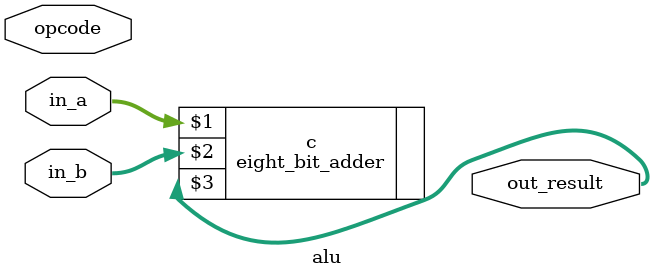
<source format=v>
`include "adder.v"
module alu (in_a, in_b, opcode, out_result);
    input [7:0] in_a, in_b;
    input [2:0] opcode;
    output[8:0] out_result;

    eight_bit_adder c(in_a, in_b, out_result);

endmodule // alu

</source>
